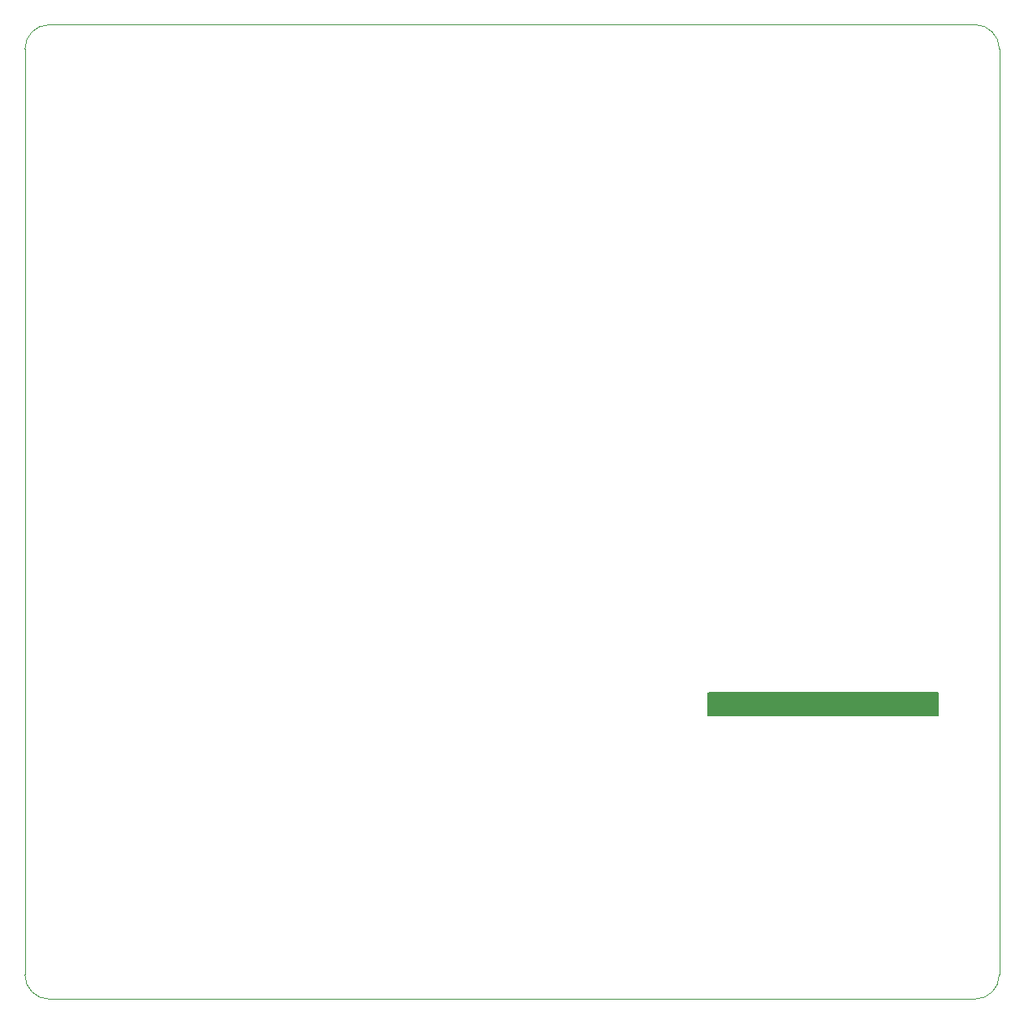
<source format=gbr>
%TF.GenerationSoftware,KiCad,Pcbnew,5.99.0-unknown-e950278637~142~ubuntu18.04.1*%
%TF.CreationDate,2021-10-25T23:56:18+03:00*%
%TF.ProjectId,cdf-1,6364662d-312e-46b6-9963-61645f706362,rev?*%
%TF.SameCoordinates,Original*%
%TF.FileFunction,Profile,NP*%
%FSLAX46Y46*%
G04 Gerber Fmt 4.6, Leading zero omitted, Abs format (unit mm)*
G04 Created by KiCad (PCBNEW 5.99.0-unknown-e950278637~142~ubuntu18.04.1) date 2021-10-25 23:56:18*
%MOMM*%
%LPD*%
G01*
G04 APERTURE LIST*
%TA.AperFunction,Profile*%
%ADD10C,0.100000*%
%TD*%
G04 APERTURE END LIST*
D10*
X253619000Y-146050000D02*
X253619000Y-49530000D01*
X154559000Y-46990000D02*
X251079000Y-46990000D01*
X251079000Y-148590000D02*
G75*
G03*
X253619000Y-146050000I-1J2540001D01*
G01*
X152019000Y-146050000D02*
X152019000Y-49530000D01*
X253619000Y-49530000D02*
G75*
G03*
X251079000Y-46990000I-2540001J-1D01*
G01*
X152019000Y-146050000D02*
G75*
G03*
X154559000Y-148590000I2540001J1D01*
G01*
X154559000Y-148590000D02*
X251079000Y-148590000D01*
X154559000Y-46990000D02*
G75*
G03*
X152019000Y-49530000I1J-2540001D01*
G01*
G36*
X247261921Y-116606002D02*
G01*
X247308414Y-116659658D01*
X247319800Y-116712000D01*
X247319800Y-119000000D01*
X247299798Y-119068121D01*
X247246142Y-119114614D01*
X247193800Y-119126000D01*
X223315800Y-119126000D01*
X223247679Y-119105998D01*
X223201186Y-119052342D01*
X223189800Y-119000000D01*
X223189800Y-116712000D01*
X223209802Y-116643879D01*
X223263458Y-116597386D01*
X223315800Y-116586000D01*
X247193800Y-116586000D01*
X247261921Y-116606002D01*
G37*
M02*

</source>
